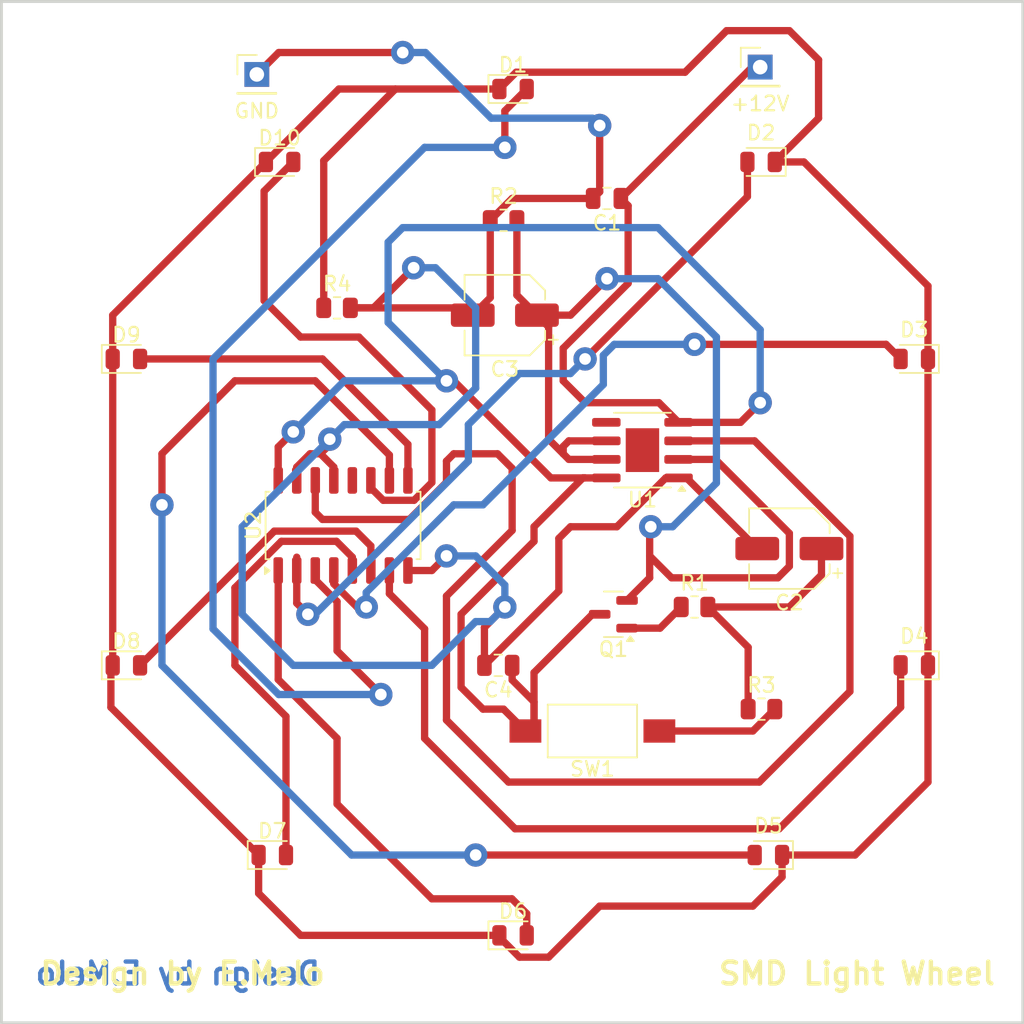
<source format=kicad_pcb>
(kicad_pcb (version 20240108) (generator "pcbnew") (generator_version "8.0")
  (layers (0 "F.Cu" signal) (31 "B.Cu" signal) (34 "B.Paste" user) (35 "F.Paste" user) (36 "B.SilkS" user "B.Silkscreen") (37 "F.SilkS" user "F.Silkscreen") (38 "B.Mask" user) (39 "F.Mask" user) (44 "Edge.Cuts" user))
  (net 0 "")
  (net 1 "+12V")
  (net 2 "GND")
  (net 3 "Net-(C2-Pad1)")
  (net 4 "Net-(Q1-E)")
  (net 5 "Net-(D1-K)")
  (net 6 "Net-(D1-A)")
  (net 7 "Net-(D2-A)")
  (net 8 "Net-(D3-A)")
  (net 9 "Net-(D4-A)")
  (net 10 "Net-(D5-A)")
  (net 11 "Net-(D6-A)")
  (net 12 "Net-(D7-A)")
  (net 13 "Net-(D8-A)")
  (net 14 "Net-(D9-A)")
  (net 15 "Net-(D10-A)")
  (net 16 "Net-(Q1-B)")
  (net 17 "Net-(R3-Pad2)")
  (net 19 "Net-(U1-Q)")
  (footprint "Package_SO:SOP-16_4.4x10.4mm_P1.27mm" (layer "F.Cu") (at 139.4125 107.4125 90)
    (property "Reference" "U2" (at 0 -6.15 90) (layer "F.SilkS"))
    (property "Value" "4017" (hide yes))
    (fp_line (start 2.31 -5.31) (end 2.31 -5.03) (stroke (width 0.12)) (layer "F.SilkS"))
    (fp_line (start 0 -5.31) (end 2.31 -5.31) (stroke (width 0.12)) (layer "F.SilkS"))
    (fp_line (start 0 -5.31) (end -2.31 -5.31) (stroke (width 0.12)) (layer "F.SilkS"))
    (fp_line (start -2.31 -5.31) (end -2.31 -5.03) (stroke (width 0.12)) (layer "F.SilkS"))
    (fp_line (start 2.31 5.31) (end 2.31 5.03) (stroke (width 0.12)) (layer "F.SilkS"))
    (fp_line (start 0 5.31) (end 2.31 5.31) (stroke (width 0.12)) (layer "F.SilkS"))
    (fp_line (start 0 5.31) (end -2.31 5.31) (stroke (width 0.12)) (layer "F.SilkS"))
    (fp_line (start -2.31 5.31) (end -2.31 5.03) (stroke (width 0.12)) (layer "F.SilkS"))
    (fp_poly (pts (xy -3.1 -5.03) (xy -3.34 -5.36) (xy -2.86 -5.36) (xy -3.1 -5.03)) (stroke (width 0.12)) (fill solid) (layer "F.SilkS"))
    (pad "1" smd roundrect (at -3.0875 -4.445 90) (size 1.825 0.65) (layers "F.Cu" "F.Paste" "F.Mask") (net 11 "Net-(D6-A)"))
    (pad "2" smd roundrect (at -3.0875 -3.175 90) (size 1.825 0.65) (layers "F.Cu" "F.Paste" "F.Mask") (net 7 "Net-(D2-A)"))
    (pad "3" smd roundrect (at -3.0875 -1.905 90) (size 1.825 0.65) (layers "F.Cu" "F.Paste" "F.Mask") (net 6 "Net-(D1-A)"))
    (pad "4" smd roundrect (at -3.0875 -0.635 90) (size 1.825 0.65) (layers "F.Cu" "F.Paste" "F.Mask") (net 8 "Net-(D3-A)"))
    (pad "5" smd roundrect (at -3.0875 0.635 90) (size 1.825 0.65) (layers "F.Cu" "F.Paste" "F.Mask") (net 12 "Net-(D7-A)"))
    (pad "6" smd roundrect (at -3.0875 1.905 90) (size 1.825 0.65) (layers "F.Cu" "F.Paste" "F.Mask") (net 13 "Net-(D8-A)"))
    (pad "7" smd roundrect (at -3.0875 3.175 90) (size 1.825 0.65) (layers "F.Cu" "F.Paste" "F.Mask") (net 9 "Net-(D4-A)"))
    (pad "8" smd roundrect (at -3.0875 4.445 90) (size 1.825 0.65) (layers "F.Cu" "F.Paste" "F.Mask") (net 2 "GND"))
    (pad "9" smd roundrect (at 3.0875 4.445 90) (size 1.825 0.65) (layers "F.Cu" "F.Paste" "F.Mask") (net 14 "Net-(D9-A)"))
    (pad "10" smd roundrect (at 3.0875 3.175 90) (size 1.825 0.65) (layers "F.Cu" "F.Paste" "F.Mask") (net 10 "Net-(D5-A)"))
    (pad "11" smd roundrect (at 3.0875 1.905 90) (size 1.825 0.65) (layers "F.Cu" "F.Paste" "F.Mask") (net 15 "Net-(D10-A)"))
    (pad "12" smd roundrect (at 3.0875 0.635 90) (size 1.825 0.65) (layers "F.Cu" "F.Paste" "F.Mask"))
    (pad "13" smd roundrect (at 3.0875 -0.635 90) (size 1.825 0.65) (layers "F.Cu" "F.Paste" "F.Mask") (net 2 "GND"))
    (pad "14" smd roundrect (at 3.0875 -1.905 90) (size 1.825 0.65) (layers "F.Cu" "F.Paste" "F.Mask") (net 19 "Net-(U1-Q)"))
    (pad "15" smd roundrect (at 3.0875 -3.175 90) (size 1.825 0.65) (layers "F.Cu" "F.Paste" "F.Mask") (net 2 "GND"))
    (pad "16" smd roundrect (at 3.0875 -4.445 90) (size 1.825 0.65) (layers "F.Cu" "F.Paste" "F.Mask") (net 1 "+12V"))
  )
  (footprint "LED_SMD:LED_0805_2012Metric" (layer "F.Cu") (at 134.5625 130)
    (property "Reference" "D7" (at 0 -1.65 0) (layer "F.SilkS"))
    (property "Value" "LED7" (hide yes))
    (fp_line (start -1.685 -0.96) (end -1.685 0.96) (stroke (width 0.12)) (layer "F.SilkS"))
    (fp_line (start -1.685 0.96) (end 1 0.96) (stroke (width 0.12)) (layer "F.SilkS"))
    (fp_line (start 1 -0.96) (end -1.685 -0.96) (stroke (width 0.12)) (layer "F.SilkS"))
    (pad "1" smd roundrect (at -0.9375 0) (size 0.975 1.4) (layers "F.Cu" "F.Paste" "F.Mask") (net 5 "Net-(D1-K)"))
    (pad "2" smd roundrect (at 0.9375 0) (size 0.975 1.4) (layers "F.Cu" "F.Paste" "F.Mask") (net 12 "Net-(D7-A)"))
  )
  (footprint "LED_SMD:LED_0805_2012Metric" (layer "F.Cu") (at 151.0625 135.50431)
    (property "Reference" "D6" (at 0 -1.65 0) (layer "F.SilkS"))
    (property "Value" "LED6" (hide yes))
    (fp_line (start -1.685 -0.96) (end -1.685 0.96) (stroke (width 0.12)) (layer "F.SilkS"))
    (fp_line (start -1.685 0.96) (end 1 0.96) (stroke (width 0.12)) (layer "F.SilkS"))
    (fp_line (start 1 -0.96) (end -1.685 -0.96) (stroke (width 0.12)) (layer "F.SilkS"))
    (pad "1" smd roundrect (at -0.9375 0) (size 0.975 1.4) (layers "F.Cu" "F.Paste" "F.Mask") (net 5 "Net-(D1-K)"))
    (pad "2" smd roundrect (at 0.9375 0) (size 0.975 1.4) (layers "F.Cu" "F.Paste" "F.Mask") (net 11 "Net-(D6-A)"))
  )
  (footprint "Resistor_SMD:R_0805_2012Metric" (layer "F.Cu") (at 139 92.5)
    (property "Reference" "R4" (at 0 -1.65 0) (layer "F.SilkS"))
    (property "Value" "1K")
    (fp_line (start -0.227064 -0.735) (end 0.227064 -0.735) (stroke (width 0.12)) (layer "F.SilkS"))
    (fp_line (start -0.227064 0.735) (end 0.227064 0.735) (stroke (width 0.12)) (layer "F.SilkS"))
    (pad "1" smd roundrect (at -0.9125 0) (size 1.025 1.4) (layers "F.Cu" "F.Paste" "F.Mask") (roundrect_rratio 0.243902) (net 5 "Net-(D1-K)"))
    (pad "2" smd roundrect (at 0.9125 0) (size 1.025 1.4) (layers "F.Cu" "F.Paste" "F.Mask") (roundrect_rratio 0.243902) (net 2 "GND"))
  )
  (footprint "LED_SMD:LED_0805_2012Metric" (layer "F.Cu") (at 168.5625 130 180)
    (property "Reference" "D5" (at 0 2 0) (layer "F.SilkS"))
    (property "Value" "LED5" (hide yes))
    (fp_line (start 1 -0.96) (end -1.685 -0.96) (stroke (width 0.12)) (layer "F.SilkS"))
    (fp_line (start -1.685 0.96) (end 1 0.96) (stroke (width 0.12)) (layer "F.SilkS"))
    (fp_line (start -1.685 -0.96) (end -1.685 0.96) (stroke (width 0.12)) (layer "F.SilkS"))
    (pad "1" smd roundrect (at -0.9375 0 180) (size 0.975 1.4) (layers "F.Cu" "F.Paste" "F.Mask") (net 5 "Net-(D1-K)"))
    (pad "2" smd roundrect (at 0.9375 0 180) (size 0.975 1.4) (layers "F.Cu" "F.Paste" "F.Mask") (net 10 "Net-(D5-A)"))
  )
  (footprint "Package_TO_SOT_SMD:SOT-23" (layer "F.Cu") (at 157.9375 113.5 180)
    (property "Reference" "Q1" (at 0 -2.4 360) (layer "F.SilkS"))
    (property "Value" "BC817" (hide yes))
    (fp_line (start 0 1.56) (end 0.65 1.56) (stroke (width 0.12)) (layer "F.SilkS"))
    (fp_line (start 0 1.56) (end -0.65 1.56) (stroke (width 0.12)) (layer "F.SilkS"))
    (fp_line (start 0 -1.56) (end 0.65 -1.56) (stroke (width 0.12)) (layer "F.SilkS"))
    (fp_line (start 0 -1.56) (end -0.65 -1.56) (stroke (width 0.12)) (layer "F.SilkS"))
    (fp_poly (pts (xy -1.1625 -1.51) (xy -1.4025 -1.84) (xy -0.9225 -1.84) (xy -1.1625 -1.51)) (stroke (width 0.12)) (fill solid) (layer "F.SilkS"))
    (pad "1" smd roundrect (at -0.9375 -0.95 180) (size 1.475 0.6) (layers "F.Cu" "F.Paste" "F.Mask") (net 16 "Net-(Q1-B)"))
    (pad "2" smd roundrect (at -0.9375 0.95 180) (size 1.475 0.6) (layers "F.Cu" "F.Paste" "F.Mask") (net 4 "Net-(Q1-E)"))
    (pad "3" smd roundrect (at 0.9375 0 180) (size 1.475 0.6) (layers "F.Cu" "F.Paste" "F.Mask") (net 1 "+12V"))
  )
  (footprint "LED_SMD:LED_0805_2012Metric" (layer "F.Cu") (at 124.5625 96)
    (property "Reference" "D9" (at 0 -1.65 0) (layer "F.SilkS"))
    (property "Value" "LED9" (hide yes))
    (fp_line (start -1.685 -0.96) (end -1.685 0.96) (stroke (width 0.12)) (layer "F.SilkS"))
    (fp_line (start -1.685 0.96) (end 1 0.96) (stroke (width 0.12)) (layer "F.SilkS"))
    (fp_line (start 1 -0.96) (end -1.685 -0.96) (stroke (width 0.12)) (layer "F.SilkS"))
    (pad "1" smd roundrect (at -0.9375 0) (size 0.975 1.4) (layers "F.Cu" "F.Paste" "F.Mask") (net 5 "Net-(D1-K)"))
    (pad "2" smd roundrect (at 0.9375 0) (size 0.975 1.4) (layers "F.Cu" "F.Paste" "F.Mask") (net 14 "Net-(D9-A)"))
  )
  (footprint "Button_Switch_SMD:SW_SPST_FSMSM" (layer "F.Cu") (at 156.5 121.5 180)
    (property "Reference" "SW1" (at 0 -2.6 360) (layer "F.SilkS"))
    (property "Value" "SW_Push" (hide yes))
    (fp_line (start 3.06 1.81) (end -3.06 1.81) (stroke (width 0.12)) (layer "F.SilkS"))
    (fp_line (start 3.06 -1.81) (end 3.06 1.81) (stroke (width 0.12)) (layer "F.SilkS"))
    (fp_line (start -3.06 1.81) (end -3.06 -1.81) (stroke (width 0.12)) (layer "F.SilkS"))
    (fp_line (start -3.06 -1.81) (end 3.06 -1.81) (stroke (width 0.12)) (layer "F.SilkS"))
    (pad "1" smd rect (at -4.59 0 180) (size 2.18 1.6) (layers "F.Cu" "F.Paste" "F.Mask") (net 17 "Net-(R3-Pad2)"))
    (pad "2" smd rect (at 4.59 0 180) (size 2.18 1.6) (layers "F.Cu" "F.Paste" "F.Mask") (net 1 "+12V"))
  )
  (footprint "Connector_PinHeader_2.54mm:PinHeader_1x01_P2.54mm_Vertical" (layer "F.Cu") (at 133.5 76.5)
    (property "Reference" "GND" (at 0 2.5 0) (layer "F.SilkS"))
    (property "Value" "Conn_01x01_Pin" (hide yes))
    (fp_line (start -1.33 -1.33) (end 0 -1.33) (stroke (width 0.12)) (layer "F.SilkS"))
    (fp_line (start -1.33 0) (end -1.33 -1.33) (stroke (width 0.12)) (layer "F.SilkS"))
    (fp_line (start -1.33 1.27) (end -1.33 1.33) (stroke (width 0.12)) (layer "F.SilkS"))
    (fp_line (start -1.33 1.27) (end 1.33 1.27) (stroke (width 0.12)) (layer "F.SilkS"))
    (fp_line (start -1.33 1.33) (end 1.33 1.33) (stroke (width 0.12)) (layer "F.SilkS"))
    (fp_line (start 1.33 1.27) (end 1.33 1.33) (stroke (width 0.12)) (layer "F.SilkS"))
    (pad "1" thru_hole rect (at 0 0) (size 1.7 1.7) (drill 1) (layers "*.Cu" "*.Mask") (net 2 "GND"))
  )
  (footprint "LED_SMD:LED_0805_2012Metric" (layer "F.Cu") (at 178.5625 96 180)
    (property "Reference" "D3" (at 0 2 0) (layer "F.SilkS"))
    (property "Value" "LED3" (hide yes))
    (fp_line (start 1 -0.96) (end -1.685 -0.96) (stroke (width 0.12)) (layer "F.SilkS"))
    (fp_line (start -1.685 0.96) (end 1 0.96) (stroke (width 0.12)) (layer "F.SilkS"))
    (fp_line (start -1.685 -0.96) (end -1.685 0.96) (stroke (width 0.12)) (layer "F.SilkS"))
    (pad "1" smd roundrect (at -0.9375 0 180) (size 0.975 1.4) (layers "F.Cu" "F.Paste" "F.Mask") (net 5 "Net-(D1-K)"))
    (pad "2" smd roundrect (at 0.9375 0 180) (size 0.975 1.4) (layers "F.Cu" "F.Paste" "F.Mask") (net 8 "Net-(D3-A)"))
  )
  (footprint "LED_SMD:LED_0805_2012Metric" (layer "F.Cu") (at 135.0625 82.5)
    (property "Reference" "D10" (at 0 -1.65 0) (layer "F.SilkS"))
    (property "Value" "LED10" (hide yes))
    (fp_line (start -1.685 -0.96) (end -1.685 0.96) (stroke (width 0.12)) (layer "F.SilkS"))
    (fp_line (start -1.685 0.96) (end 1 0.96) (stroke (width 0.12)) (layer "F.SilkS"))
    (fp_line (start 1 -0.96) (end -1.685 -0.96) (stroke (width 0.12)) (layer "F.SilkS"))
    (pad "1" smd roundrect (at -0.9375 0) (size 0.975 1.4) (layers "F.Cu" "F.Paste" "F.Mask") (net 5 "Net-(D1-K)"))
    (pad "2" smd roundrect (at 0.9375 0) (size 0.975 1.4) (layers "F.Cu" "F.Paste" "F.Mask") (net 15 "Net-(D10-A)"))
  )
  (footprint "LED_SMD:LED_0805_2012Metric" (layer "F.Cu") (at 151.0625 77.5)
    (property "Reference" "D1" (at 0 -1.65 0) (layer "F.SilkS"))
    (property "Value" "LED1" (hide yes))
    (fp_line (start -1.685 -0.96) (end -1.685 0.96) (stroke (width 0.12)) (layer "F.SilkS"))
    (fp_line (start -1.685 0.96) (end 1 0.96) (stroke (width 0.12)) (layer "F.SilkS"))
    (fp_line (start 1 -0.96) (end -1.685 -0.96) (stroke (width 0.12)) (layer "F.SilkS"))
    (pad "1" smd roundrect (at -0.9375 0) (size 0.975 1.4) (layers "F.Cu" "F.Paste" "F.Mask") (net 5 "Net-(D1-K)"))
    (pad "2" smd roundrect (at 0.9375 0) (size 0.975 1.4) (layers "F.Cu" "F.Paste" "F.Mask") (net 6 "Net-(D1-A)"))
  )
  (footprint "LED_SMD:LED_0805_2012Metric" (layer "F.Cu") (at 124.5625 117)
    (property "Reference" "D8" (at 0 -1.65 0) (layer "F.SilkS"))
    (property "Value" "LED8" (hide yes))
    (fp_line (start -1.685 -0.96) (end -1.685 0.96) (stroke (width 0.12)) (layer "F.SilkS"))
    (fp_line (start -1.685 0.96) (end 1 0.96) (stroke (width 0.12)) (layer "F.SilkS"))
    (fp_line (start 1 -0.96) (end -1.685 -0.96) (stroke (width 0.12)) (layer "F.SilkS"))
    (pad "1" smd roundrect (at -0.9375 0) (size 0.975 1.4) (layers "F.Cu" "F.Paste" "F.Mask") (net 5 "Net-(D1-K)"))
    (pad "2" smd roundrect (at 0.9375 0) (size 0.975 1.4) (layers "F.Cu" "F.Paste" "F.Mask") (net 13 "Net-(D8-A)"))
  )
  (footprint "Capacitor_SMD:CP_Elec_5x5.9" (layer "F.Cu") (at 150.5 93 180)
    (property "Reference" "C3" (at 0 -3.7 360) (layer "F.SilkS"))
    (property "Value" "47uF/50V")
    (fp_line (start 2.76 2.76) (end 2.76 1.06) (stroke (width 0.12)) (layer "F.SilkS"))
    (fp_line (start 2.76 -2.76) (end 2.76 -1.06) (stroke (width 0.12)) (layer "F.SilkS"))
    (fp_line (start -1.695563 2.76) (end 2.76 2.76) (stroke (width 0.12)) (layer "F.SilkS"))
    (fp_line (start -1.695563 -2.76) (end 2.76 -2.76) (stroke (width 0.12)) (layer "F.SilkS"))
    (fp_line (start -2.76 1.695563) (end -1.695563 2.76) (stroke (width 0.12)) (layer "F.SilkS"))
    (fp_line (start -2.76 1.695563) (end -2.76 1.06) (stroke (width 0.12)) (layer "F.SilkS"))
    (fp_line (start -2.76 -1.695563) (end -1.695563 -2.76) (stroke (width 0.12)) (layer "F.SilkS"))
    (fp_line (start -2.76 -1.695563) (end -2.76 -1.06) (stroke (width 0.12)) (layer "F.SilkS"))
    (fp_line (start -3.3125 -1.9975) (end -3.3125 -1.3725) (stroke (width 0.12)) (layer "F.SilkS"))
    (fp_line (start -3.625 -1.685) (end -3 -1.685) (stroke (width 0.12)) (layer "F.SilkS"))
    (pad "1" smd roundrect (at -2.2 0 180) (size 3 1.6) (layers "F.Cu" "F.Paste" "F.Mask") (roundrect_rratio 0.15625) (net 4 "Net-(Q1-E)"))
    (pad "2" smd roundrect (at 2.2 0 180) (size 3 1.6) (layers "F.Cu" "F.Paste" "F.Mask") (roundrect_rratio 0.15625) (net 2 "GND"))
  )
  (footprint "LED_SMD:LED_0805_2012Metric" (layer "F.Cu") (at 168.0625 82.5 180)
    (property "Reference" "D2" (at 0 2 0) (layer "F.SilkS"))
    (property "Value" "LED2" (hide yes))
    (fp_line (start 1 -0.96) (end -1.685 -0.96) (stroke (width 0.12)) (layer "F.SilkS"))
    (fp_line (start -1.685 0.96) (end 1 0.96) (stroke (width 0.12)) (layer "F.SilkS"))
    (fp_line (start -1.685 -0.96) (end -1.685 0.96) (stroke (width 0.12)) (layer "F.SilkS"))
    (pad "1" smd roundrect (at -0.9375 0 180) (size 0.975 1.4) (layers "F.Cu" "F.Paste" "F.Mask") (net 5 "Net-(D1-K)"))
    (pad "2" smd roundrect (at 0.9375 0 180) (size 0.975 1.4) (layers "F.Cu" "F.Paste" "F.Mask") (net 7 "Net-(D2-A)"))
  )
  (footprint "Connector_PinHeader_2.54mm:PinHeader_1x01_P2.54mm_Vertical" (layer "F.Cu") (at 168 76)
    (property "Reference" "+12V" (at 0 2.5 0) (layer "F.SilkS"))
    (property "Value" "Conn_01x01_Pin" (hide yes))
    (fp_line (start -1.33 -1.33) (end 0 -1.33) (stroke (width 0.12)) (layer "F.SilkS"))
    (fp_line (start -1.33 0) (end -1.33 -1.33) (stroke (width 0.12)) (layer "F.SilkS"))
    (fp_line (start -1.33 1.27) (end -1.33 1.33) (stroke (width 0.12)) (layer "F.SilkS"))
    (fp_line (start -1.33 1.27) (end 1.33 1.27) (stroke (width 0.12)) (layer "F.SilkS"))
    (fp_line (start -1.33 1.33) (end 1.33 1.33) (stroke (width 0.12)) (layer "F.SilkS"))
    (fp_line (start 1.33 1.27) (end 1.33 1.33) (stroke (width 0.12)) (layer "F.SilkS"))
    (pad "1" thru_hole rect (at 0 0) (size 1.7 1.7) (drill 1) (layers "*.Cu" "*.Mask") (net 1 "+12V"))
  )
  (footprint "Capacitor_SMD:C_0805_2012Metric" (layer "F.Cu") (at 150.05 117 180)
    (property "Reference" "C4" (at 0 -1.68 360) (layer "F.SilkS"))
    (property "Value" "100nF")
    (fp_line (start -0.261252 0.735) (end 0.261252 0.735) (stroke (width 0.12)) (layer "F.SilkS"))
    (fp_line (start -0.261252 -0.735) (end 0.261252 -0.735) (stroke (width 0.12)) (layer "F.SilkS"))
    (pad "1" smd roundrect (at -0.95 0 180) (size 1 1.45) (layers "F.Cu" "F.Paste" "F.Mask") (net 1 "+12V"))
    (pad "2" smd roundrect (at 0.95 0 180) (size 1 1.45) (layers "F.Cu" "F.Paste" "F.Mask") (net 2 "GND"))
  )
  (footprint "Resistor_SMD:R_0805_2012Metric" (layer "F.Cu") (at 163.5 113)
    (property "Reference" "R1" (at 0 -1.65 360) (layer "F.SilkS"))
    (property "Value" "47K")
    (fp_line (start -0.227064 -0.735) (end 0.227064 -0.735) (stroke (width 0.12)) (layer "F.SilkS"))
    (fp_line (start -0.227064 0.735) (end 0.227064 0.735) (stroke (width 0.12)) (layer "F.SilkS"))
    (pad "1" smd roundrect (at -0.9125 0) (size 1.025 1.4) (layers "F.Cu" "F.Paste" "F.Mask") (roundrect_rratio 0.243902) (net 16 "Net-(Q1-B)"))
    (pad "2" smd roundrect (at 0.9125 0) (size 1.025 1.4) (layers "F.Cu" "F.Paste" "F.Mask") (roundrect_rratio 0.243902) (net 3 "Net-(C2-Pad1)"))
  )
  (footprint "Capacitor_SMD:CP_Elec_5x5.9" (layer "F.Cu") (at 170 109 180)
    (property "Reference" "C2" (at 0 -3.7 360) (layer "F.SilkS"))
    (property "Value" "47uF/50V")
    (fp_line (start 2.76 2.76) (end 2.76 1.06) (stroke (width 0.12)) (layer "F.SilkS"))
    (fp_line (start 2.76 -2.76) (end 2.76 -1.06) (stroke (width 0.12)) (layer "F.SilkS"))
    (fp_line (start -1.695563 2.76) (end 2.76 2.76) (stroke (width 0.12)) (layer "F.SilkS"))
    (fp_line (start -1.695563 -2.76) (end 2.76 -2.76) (stroke (width 0.12)) (layer "F.SilkS"))
    (fp_line (start -2.76 1.695563) (end -1.695563 2.76) (stroke (width 0.12)) (layer "F.SilkS"))
    (fp_line (start -2.76 1.695563) (end -2.76 1.06) (stroke (width 0.12)) (layer "F.SilkS"))
    (fp_line (start -2.76 -1.695563) (end -1.695563 -2.76) (stroke (width 0.12)) (layer "F.SilkS"))
    (fp_line (start -2.76 -1.695563) (end -2.76 -1.06) (stroke (width 0.12)) (layer "F.SilkS"))
    (fp_line (start -3.3125 -1.9975) (end -3.3125 -1.3725) (stroke (width 0.12)) (layer "F.SilkS"))
    (fp_line (start -3.625 -1.685) (end -3 -1.685) (stroke (width 0.12)) (layer "F.SilkS"))
    (pad "1" smd roundrect (at -2.2 0 180) (size 3 1.6) (layers "F.Cu" "F.Paste" "F.Mask") (roundrect_rratio 0.15625) (net 3 "Net-(C2-Pad1)"))
    (pad "2" smd roundrect (at 2.2 0 180) (size 3 1.6) (layers "F.Cu" "F.Paste" "F.Mask") (roundrect_rratio 0.15625) (net 2 "GND"))
  )
  (footprint "Capacitor_SMD:C_0805_2012Metric" (layer "F.Cu") (at 157.5 85 180)
    (property "Reference" "C1" (at 0 -1.68 360) (layer "F.SilkS"))
    (property "Value" "100nF")
    (fp_line (start -0.261252 0.735) (end 0.261252 0.735) (stroke (width 0.12)) (layer "F.SilkS"))
    (fp_line (start -0.261252 -0.735) (end 0.261252 -0.735) (stroke (width 0.12)) (layer "F.SilkS"))
    (pad "1" smd roundrect (at -0.95 0 180) (size 1 1.45) (layers "F.Cu" "F.Paste" "F.Mask") (net 1 "+12V"))
    (pad "2" smd roundrect (at 0.95 0 180) (size 1 1.45) (layers "F.Cu" "F.Paste" "F.Mask") (net 2 "GND"))
  )
  (footprint "Resistor_SMD:R_0805_2012Metric" (layer "F.Cu") (at 168.0875 120)
    (property "Reference" "R3" (at 0 -1.65 0) (layer "F.SilkS"))
    (property "Value" "100R")
    (fp_line (start -0.227064 -0.735) (end 0.227064 -0.735) (stroke (width 0.12)) (layer "F.SilkS"))
    (fp_line (start -0.227064 0.735) (end 0.227064 0.735) (stroke (width 0.12)) (layer "F.SilkS"))
    (pad "1" smd roundrect (at -0.9125 0) (size 1.025 1.4) (layers "F.Cu" "F.Paste" "F.Mask") (roundrect_rratio 0.243902) (net 3 "Net-(C2-Pad1)"))
    (pad "2" smd roundrect (at 0.9125 0) (size 1.025 1.4) (layers "F.Cu" "F.Paste" "F.Mask") (roundrect_rratio 0.243902) (net 17 "Net-(R3-Pad2)"))
  )
  (footprint "LED_SMD:LED_0805_2012Metric" (layer "F.Cu") (at 178.5625 117 180)
    (property "Reference" "D4" (at 0 2 0) (layer "F.SilkS"))
    (property "Value" "LED4" (hide yes))
    (fp_line (start 1 -0.96) (end -1.685 -0.96) (stroke (width 0.12)) (layer "F.SilkS"))
    (fp_line (start -1.685 0.96) (end 1 0.96) (stroke (width 0.12)) (layer "F.SilkS"))
    (fp_line (start -1.685 -0.96) (end -1.685 0.96) (stroke (width 0.12)) (layer "F.SilkS"))
    (pad "1" smd roundrect (at -0.9375 0 180) (size 0.975 1.4) (layers "F.Cu" "F.Paste" "F.Mask") (net 5 "Net-(D1-K)"))
    (pad "2" smd roundrect (at 0.9375 0 180) (size 0.975 1.4) (layers "F.Cu" "F.Paste" "F.Mask") (net 9 "Net-(D4-A)"))
  )
  (footprint "Package_SO:SOIC-8-1EP_3.9x4.9mm_P1.27mm_EP2.29x3mm" (layer "F.Cu") (at 159.93 102.25 180)
    (property "Reference" "U1" (at 0 -3.4 360) (layer "F.SilkS"))
    (property "Value" "LM555xN" (hide yes))
    (fp_line (start 0 2.56) (end 1.95 2.56) (stroke (width 0.12)) (layer "F.SilkS"))
    (fp_line (start 0 2.56) (end -1.95 2.56) (stroke (width 0.12)) (layer "F.SilkS"))
    (fp_line (start 0 -2.56) (end 1.95 -2.56) (stroke (width 0.12)) (layer "F.SilkS"))
    (fp_line (start 0 -2.56) (end -1.95 -2.56) (stroke (width 0.12)) (layer "F.SilkS"))
    (fp_poly (pts (xy -2.7 -2.465) (xy -2.94 -2.795) (xy -2.46 -2.795) (xy -2.7 -2.465)) (stroke (width 0.12)) (fill solid) (layer "F.SilkS"))
    (pad "1" smd roundrect (at -2.475 -1.905 180) (size 1.95 0.6) (layers "F.Cu" "F.Paste" "F.Mask") (net 2 "GND"))
    (pad "2" smd roundrect (at -2.475 -0.635 180) (size 1.95 0.6) (layers "F.Cu" "F.Paste" "F.Mask") (net 4 "Net-(Q1-E)"))
    (pad "3" smd roundrect (at -2.475 0.635 180) (size 1.95 0.6) (layers "F.Cu" "F.Paste" "F.Mask") (net 19 "Net-(U1-Q)"))
    (pad "4" smd roundrect (at -2.475 1.905 180) (size 1.95 0.6) (layers "F.Cu" "F.Paste" "F.Mask") (net 1 "+12V"))
    (pad "5" smd roundrect (at 2.475 1.905 180) (size 1.95 0.6) (layers "F.Cu" "F.Paste" "F.Mask"))
    (pad "6" smd roundrect (at 2.475 0.635 180) (size 1.95 0.6) (layers "F.Cu" "F.Paste" "F.Mask") (net 4 "Net-(Q1-E)"))
    (pad "7" smd roundrect (at 2.475 -0.635 180) (size 1.95 0.6) (layers "F.Cu" "F.Paste" "F.Mask") (net 4 "Net-(Q1-E)"))
    (pad "8" smd roundrect (at 2.475 -1.905 180) (size 1.95 0.6) (layers "F.Cu" "F.Paste" "F.Mask") (net 1 "+12V"))
    (pad "9" smd rect (at 0 0 180) (size 2.29 3) (property pad_prop_heatsink) (layers "F.Cu" "F.Mask"))
  )
  (footprint "Resistor_SMD:R_0805_2012Metric" (layer "F.Cu") (at 150.4125 86.5)
    (property "Reference" "R2" (at 0 -1.65 0) (layer "F.SilkS"))
    (property "Value" "100K")
    (fp_line (start -0.227064 -0.735) (end 0.227064 -0.735) (stroke (width 0.12)) (layer "F.SilkS"))
    (fp_line (start -0.227064 0.735) (end 0.227064 0.735) (stroke (width 0.12)) (layer "F.SilkS"))
    (pad "1" smd roundrect (at -0.9125 0) (size 1.025 1.4) (layers "F.Cu" "F.Paste" "F.Mask") (roundrect_rratio 0.243902) (net 2 "GND"))
    (pad "2" smd roundrect (at 0.9125 0) (size 1.025 1.4) (layers "F.Cu" "F.Paste" "F.Mask") (roundrect_rratio 0.243902) (net 4 "Net-(Q1-E)"))
  )
  (gr_rect (start 116 71.5) (end 186 141.5) (stroke (width 0.2)) (fill none) (layer "Edge.Cuts"))
  (gr_text "Design by E.Melo" (at 138 139 0) (layer "B.Cu") (effects (font (size 1.5 1.5) (thickness 0.3) (bold yes)) (justify left bottom mirror)))
  (gr_text "Design by E.Melo" (at 118.5 139 0) (layer "F.SilkS") (effects (font (size 1.5 1.5) (thickness 0.3) (bold yes)) (justify left bottom)))
  (gr_text "SMD Light Wheel" (at 165 139 0) (layer "F.SilkS") (effects (font (size 1.5 1.5) (thickness 0.3) (bold yes)) (justify left bottom)))
  (segment (start 134.9675 102.0325) (end 136 101) (width 0.5) (layer "F.Cu") (net 1))
  (segment (start 155.845 104.155) (end 156 104.155) (width 0.5) (layer "F.Cu") (net 1))
  (segment (start 161.06 99) (end 162.405 100.345) (width 0.5) (layer "F.Cu") (net 1))
  (segment (start 152.5 120.91) (end 152.5 117.5) (width 0.5) (layer "F.Cu") (net 1))
  (segment (start 156 99) (end 161.06 99) (width 0.5) (layer "F.Cu") (net 1))
  (segment (start 150.15 100.65) (end 147 97.5) (width 0.5) (layer "F.Cu") (net 1))
  (segment (start 147.5 118.5) (end 147.5 113.5) (width 0.5) (layer "F.Cu") (net 1))
  (segment (start 158.45 85) (end 167.45 76) (width 0.5) (layer "F.Cu") (net 1))
  (segment (start 152.5 107.5) (end 155.845 104.155) (width 0.5) (layer "F.Cu") (net 1))
  (segment (start 154.5 95.267766) (end 154.5 97.5) (width 0.5) (layer "F.Cu") (net 1))
  (segment (start 151 118) (end 152.5 119.5) (width 0.5) (layer "F.Cu") (net 1))
  (segment (start 156.955 113.455) (end 157 113.5) (width 0.2) (layer "F.Cu") (net 1))
  (segment (start 147.5 113.5) (end 152.5 108.5) (width 0.5) (layer "F.Cu") (net 1))
  (segment (start 168 99) (end 166.655 100.345) (width 0.5) (layer "F.Cu") (net 1))
  (segment (start 158.949938 85.499938) (end 158.949938 90.817828) (width 0.5) (layer "F.Cu") (net 1))
  (segment (start 156.955 104.155) (end 156 104.155) (width 0.5) (layer "F.Cu") (net 1))
  (segment (start 156.5 113.5) (end 157 113.5) (width 0.5) (layer "F.Cu") (net 1))
  (segment (start 166.655 100.345) (end 162.405 100.345) (width 0.5) (layer "F.Cu") (net 1))
  (segment (start 151.91 121.5) (end 152.5 120.91) (width 0.5) (layer "F.Cu") (net 1))
  (segment (start 154.5 97.5) (end 156 99) (width 0.5) (layer "F.Cu") (net 1))
  (segment (start 134.9675 104.325) (end 134.9675 102.0325) (width 0.5) (layer "F.Cu") (net 1))
  (segment (start 152.5 117.5) (end 156.5 113.5) (width 0.5) (layer "F.Cu") (net 1))
  (segment (start 150.41 120) (end 149 120) (width 0.5) (layer "F.Cu") (net 1))
  (segment (start 167.45 76) (end 168 76) (width 0.5) (layer "F.Cu") (net 1))
  (segment (start 158.45 85) (end 158.949938 85.499938) (width 0.5) (layer "F.Cu") (net 1))
  (segment (start 156 104.155) (end 153.655 104.155) (width 0.5) (layer "F.Cu") (net 1))
  (segment (start 152.5 108.5) (end 152.5 107.5) (width 0.5) (layer "F.Cu") (net 1))
  (segment (start 151 117) (end 151 118) (width 0.5) (layer "F.Cu") (net 1))
  (segment (start 152.5 119.5) (end 152.5 120.91) (width 0.5) (layer "F.Cu") (net 1))
  (segment (start 153.655 104.155) (end 150.15 100.65) (width 0.5) (layer "F.Cu") (net 1))
  (segment (start 151.91 121.5) (end 150.41 120) (width 0.5) (layer "F.Cu") (net 1))
  (segment (start 147 97.5) (end 146.5 97.5) (width 0.5) (layer "F.Cu") (net 1))
  (segment (start 149 120) (end 147.5 118.5) (width 0.5) (layer "F.Cu") (net 1))
  (segment (start 158.949938 90.817828) (end 154.5 95.267766) (width 0.5) (layer "F.Cu") (net 1))
  (via (at 168 99) (size 1.6) (drill 0.8) (layers "F.Cu" "B.Cu") (net 1))
  (via (at 136 101) (size 1.6) (drill 0.8) (layers "F.Cu" "B.Cu") (net 1))
  (via (at 146.5 97.5) (size 1.6) (drill 0.8) (layers "F.Cu" "B.Cu") (net 1))
  (segment (start 136 101) (end 136.25 100.75) (width 0.5) (layer "B.Cu") (net 1))
  (segment (start 146.5 97.5) (end 139.5 97.5) (width 0.5) (layer "B.Cu") (net 1))
  (segment (start 143.5 87) (end 142.5 88) (width 0.5) (layer "B.Cu") (net 1))
  (segment (start 168 94) (end 161 87) (width 0.5) (layer "B.Cu") (net 1))
  (segment (start 139.5 97.5) (end 136 101) (width 0.5) (layer "B.Cu") (net 1))
  (segment (start 168 99) (end 168 94) (width 0.5) (layer "B.Cu") (net 1))
  (segment (start 142.5 88) (end 142.5 93.5) (width 0.5) (layer "B.Cu") (net 1))
  (segment (start 161 87) (end 143.5 87) (width 0.5) (layer "B.Cu") (net 1))
  (segment (start 142.5 93.5) (end 146.5 97.5) (width 0.5) (layer "B.Cu") (net 1))
  (segment (start 143.8575 110.5) (end 145.5 110.5) (width 0.5) (layer "F.Cu") (net 2))
  (segment (start 148.3 93) (end 149.5 91.8) (width 0.5) (layer "F.Cu") (net 2))
  (segment (start 156.55 85) (end 151 85) (width 0.5) (layer "F.Cu") (net 2))
  (segment (start 135 75) (end 143.5 75) (width 0.5) (layer "F.Cu") (net 2))
  (segment (start 154.2 108.3) (end 154.2 111.9) (width 0.5) (layer "F.Cu") (net 2))
  (segment (start 144.25 89.75) (end 141.5 92.5) (width 0.5) (layer "F.Cu") (net 2))
  (segment (start 145.5 110.5) (end 146.5 109.5) (width 0.5) (layer "F.Cu") (net 2))
  (segment (start 140.5 92.5) (end 147.8 92.5) (width 0.5) (layer "F.Cu") (net 2))
  (segment (start 157 84.55) (end 157 80) (width 0.5) (layer "F.Cu") (net 2))
  (segment (start 158.18 107.5) (end 155 107.5) (width 0.5) (layer "F.Cu") (net 2))
  (segment (start 136.2375 103.412501) (end 137.150001 102.5) (width 0.5) (layer "F.Cu") (net 2))
  (segment (start 137.150001 102.5) (end 137.864999 102.5) (width 0.5) (layer "F.Cu") (net 2))
  (segment (start 137.864999 102.5) (end 138.7775 103.412501) (width 0.5) (layer "F.Cu") (net 2))
  (segment (start 138.5 101.5) (end 138.5 101.864999) (width 0.5) (layer "F.Cu") (net 2))
  (segment (start 139.9125 92.5) (end 140.5 92.5) (width 0.5) (layer "F.Cu") (net 2))
  (segment (start 149.5 91.8) (end 149.5 86.5) (width 0.5) (layer "F.Cu") (net 2))
  (segment (start 149.1 117) (end 149.1 114.4) (width 0.5) (layer "F.Cu") (net 2))
  (segment (start 147.8 92.5) (end 148.3 93) (width 0.5) (layer "F.Cu") (net 2))
  (segment (start 162.955 104.155) (end 161.905 104.155) (width 0.5) (layer "F.Cu") (net 2))
  (segment (start 138.7775 103.412501) (end 138.7775 104.325) (width 0.5) (layer "F.Cu") (net 2))
  (segment (start 133.5 76.5) (end 135 75) (width 0.5) (layer "F.Cu") (net 2))
  (segment (start 154.2 111.9) (end 149.1 117) (width 0.5) (layer "F.Cu") (net 2))
  (segment (start 156.55 85) (end 157 84.55) (width 0.5) (layer "F.Cu") (net 2))
  (segment (start 151 85) (end 149.5 86.5) (width 0.5) (layer "F.Cu") (net 2))
  (segment (start 138.5 101.864999) (end 137.864999 102.5) (width 0.5) (layer "F.Cu") (net 2))
  (segment (start 167.8 109) (end 162.955 104.155) (width 0.5) (layer "F.Cu") (net 2))
  (segment (start 155 107.5) (end 154.2 108.3) (width 0.5) (layer "F.Cu") (net 2))
  (segment (start 136.2375 104.325) (end 136.2375 103.412501) (width 0.5) (layer "F.Cu") (net 2))
  (segment (start 162.405 104.155) (end 161.525 104.155) (width 0.5) (layer "F.Cu") (net 2))
  (segment (start 161.525 104.155) (end 158.18 107.5) (width 0.5) (layer "F.Cu") (net 2))
  (segment (start 141.5 92.5) (end 139.9125 92.5) (width 0.5) (layer "F.Cu") (net 2))
  (segment (start 149.1 114.4) (end 150.5 113) (width 0.5) (layer "F.Cu") (net 2))
  (via (at 157 80) (size 1.6) (drill 0.8) (layers "F.Cu" "B.Cu") (net 2))
  (via (at 146.5 109.5) (size 1.6) (drill 0.8) (layers "F.Cu" "B.Cu") (net 2))
  (via (at 144.25 89.75) (size 1.6) (drill 0.8) (layers "F.Cu" "B.Cu") (net 2))
  (via (at 143.5 75) (size 1.6) (drill 0.8) (layers "F.Cu" "B.Cu") (net 2))
  (via (at 138.5 101.5) (size 1.6) (drill 0.8) (layers "F.Cu" "B.Cu") (net 2))
  (via (at 150.5 113) (size 1.6) (drill 0.8) (layers "F.Cu" "B.Cu") (net 2))
  (segment (start 145.75 89.75) (end 148.5 92.5) (width 0.5) (layer "B.Cu") (net 2))
  (segment (start 148.5 92.5) (end 148.5 98) (width 0.5) (layer "B.Cu") (net 2))
  (segment (start 145.5 117) (end 136 117) (width 0.5) (layer "B.Cu") (net 2))
  (segment (start 139.5 100.5) (end 138.5 101.5) (width 0.5) (layer "B.Cu") (net 2))
  (segment (start 149.560661 79.5) (end 145.060661 75) (width 0.5) (layer "B.Cu") (net 2))
  (segment (start 146 100.5) (end 139.5 100.5) (width 0.5) (layer "B.Cu") (net 2))
  (segment (start 132.5 113.5) (end 132.5 107.5) (width 0.5) (layer "B.Cu") (net 2))
  (segment (start 150.5 111.5) (end 150.5 113) (width 0.5) (layer "B.Cu") (net 2))
  (segment (start 148.5 98) (end 146 100.5) (width 0.5) (layer "B.Cu") (net 2))
  (segment (start 157 80) (end 156.5 79.5) (width 0.5) (layer "B.Cu") (net 2))
  (segment (start 136 117) (end 132.5 113.5) (width 0.5) (layer "B.Cu") (net 2))
  (segment (start 145.060661 75) (end 143.5 75) (width 0.5) (layer "B.Cu") (net 2))
  (segment (start 150.5 113) (end 149.5 114) (width 0.5) (layer "B.Cu") (net 2))
  (segment (start 149.5 114) (end 148.5 114) (width 0.5) (layer "B.Cu") (net 2))
  (segment (start 148.5 109.5) (end 150.5 111.5) (width 0.5) (layer "B.Cu") (net 2))
  (segment (start 144.25 89.75) (end 145.75 89.75) (width 0.5) (layer "B.Cu") (net 2))
  (segment (start 156.5 79.5) (end 149.560661 79.5) (width 0.5) (layer "B.Cu") (net 2))
  (segment (start 148.5 114) (end 145.5 117) (width 0.5) (layer "B.Cu") (net 2))
  (segment (start 132.5 107.5) (end 138.5 101.5) (width 0.5) (layer "B.Cu") (net 2))
  (segment (start 146.5 109.5) (end 148.5 109.5) (width 0.5) (layer "B.Cu") (net 2))
  (segment (start 170 113) (end 172.2 110.8) (width 0.5) (layer "F.Cu") (net 3))
  (segment (start 164.4125 113) (end 170 113) (width 0.5) (layer "F.Cu") (net 3))
  (segment (start 167.175 120) (end 167.175 115.7625) (width 0.5) (layer "F.Cu") (net 3))
  (segment (start 167.175 115.7625) (end 164.4125 113) (width 0.5) (layer "F.Cu") (net 3))
  (segment (start 172.2 110.8) (end 172.2 109) (width 0.5) (layer "F.Cu") (net 3))
  (segment (start 153.5 93.8) (end 153.5 101.5) (width 0.5) (layer "F.Cu") (net 4))
  (segment (start 160.425 109.5) (end 161.925 111) (width 0.5) (layer "F.Cu") (net 4))
  (segment (start 160.425 111) (end 160.425 107.575) (width 0.5) (layer "F.Cu") (net 4))
  (segment (start 153.5 101.5) (end 154.5 102.5) (width 0.5) (layer "F.Cu") (net 4))
  (segment (start 152.7 93) (end 151.325 91.625) (width 0.5) (layer "F.Cu") (net 4))
  (segment (start 170 107.951561) (end 164.933439 102.885) (width 0.5) (layer "F.Cu") (net 4))
  (segment (start 158.875 112.55) (end 160.425 111) (width 0.5) (layer "F.Cu") (net 4))
  (segment (start 169.21005 111) (end 170 110.21005) (width 0.5) (layer "F.Cu") (net 4))
  (segment (start 151.325 91.625) (end 151.325 86.5) (width 0.5) (layer "F.Cu") (net 4))
  (segment (start 152.7 93) (end 155 93) (width 0.5) (layer "F.Cu") (net 4))
  (segment (start 152.7 93) (end 153.5 93.8) (width 0.5) (layer "F.Cu") (net 4))
  (segment (start 154.885 102.885) (end 154.5 102.5) (width 0.5) (layer "F.Cu") (net 4))
  (segment (start 157.455 102.885) (end 154.885 102.885) (width 0.5) (layer "F.Cu") (net 4))
  (segment (start 160.425 107.575) (end 160.5 107.5) (width 0.5) (layer "F.Cu") (net 4))
  (segment (start 154.5 102) (end 154.885 101.615) (width 0.5) (layer "F.Cu") (net 4))
  (segment (start 154.5 102.5) (end 154.5 102) (width 0.5) (layer "F.Cu") (net 4))
  (segment (start 164.933439 102.885) (end 161.905 102.885) (width 0.5) (layer "F.Cu") (net 4))
  (segment (start 155 93) (end 157.5 90.5) (width 0.5) (layer "F.Cu") (net 4))
  (segment (start 170 110.21005) (end 170 107.951561) (width 0.5) (layer "F.Cu") (net 4))
  (segment (start 161.925 111) (end 169.21005 111) (width 0.5) (layer "F.Cu") (net 4))
  (segment (start 154.885 101.615) (end 157.455 101.615) (width 0.5) (layer "F.Cu") (net 4))
  (via (at 157.5 90.5) (size 1.6) (drill 0.8) (layers "F.Cu" "B.Cu") (net 4))
  (via (at 160.5 107.5) (size 1.6) (drill 0.8) (layers "F.Cu" "B.Cu") (net 4))
  (segment (start 165 94.5) (end 161 90.5) (width 0.5) (layer "B.Cu") (net 4))
  (segment (start 160.5 107.5) (end 162 107.5) (width 0.5) (layer "B.Cu") (net 4))
  (segment (start 161 90.5) (end 157.5 90.5) (width 0.5) (layer "B.Cu") (net 4))
  (segment (start 162 107.5) (end 165 104.5) (width 0.5) (layer "B.Cu") (net 4))
  (segment (start 165 104.5) (end 165 94.5) (width 0.5) (layer "B.Cu") (net 4))
  (segment (start 165.7 73.5) (end 170 73.5) (width 0.5) (layer "F.Cu") (net 5))
  (segment (start 169.5 130) (end 169.5 131.5) (width 0.5) (layer "F.Cu") (net 5))
  (segment (start 179.5 91) (end 179.5 96) (width 0.5) (layer "F.Cu") (net 5))
  (segment (start 123.5 119.875) (end 123.5 117.125) (width 0.5) (layer "F.Cu") (net 5))
  (segment (start 171 82.5) (end 179.5 91) (width 0.5) (layer "F.Cu") (net 5))
  (segment (start 174.5 130) (end 169.5 130) (width 0.5) (layer "F.Cu") (net 5))
  (segment (start 172 79.5) (end 169 82.5) (width 0.5) (layer "F.Cu") (net 5))
  (segment (start 138.0875 82.4125) (end 143 77.5) (width 0.5) (layer "F.Cu") (net 5))
  (segment (start 138.0875 92.5) (end 138.0875 82.4125) (width 0.5) (layer "F.Cu") (net 5))
  (segment (start 179.5 117) (end 179.5 96) (width 0.5) (layer "F.Cu") (net 5))
  (segment (start 172 75.5) (end 172 79.5) (width 0.5) (layer "F.Cu") (net 5))
  (segment (start 167.5 133.5) (end 157 133.5) (width 0.5) (layer "F.Cu") (net 5))
  (segment (start 139.125 77.5) (end 143 77.5) (width 0.5) (layer "F.Cu") (net 5))
  (segment (start 123.625 93) (end 134.125 82.5) (width 0.5) (layer "F.Cu") (net 5))
  (segment (start 136.50431 135.50431) (end 133.625 132.625) (width 0.5) (layer "F.Cu") (net 5))
  (segment (start 123.5 117.125) (end 123.625 117) (width 0.5) (layer "F.Cu") (net 5))
  (segment (start 150.125 135.625) (end 150.125 135.50431) (width 0.5) (layer "F.Cu") (net 5))
  (segment (start 150.125 135.50431) (end 136.50431 135.50431) (width 0.5) (layer "F.Cu") (net 5))
  (segment (start 157 133.5) (end 153.5 137) (width 0.5) (layer "F.Cu") (net 5))
  (segment (start 123.625 96) (end 123.625 93) (width 0.5) (layer "F.Cu") (net 5))
  (segment (start 151.275 76.35) (end 162.85 76.35) (width 0.5) (layer "F.Cu") (net 5))
  (segment (start 162.85 76.35) (end 165.7 73.5) (width 0.5) (layer "F.Cu") (net 5))
  (segment (start 169 82.5) (end 171 82.5) (width 0.5) (layer "F.Cu") (net 5))
  (segment (start 123.625 117) (end 123.625 96) (width 0.5) (layer "F.Cu") (net 5))
  (segment (start 133.625 130) (end 123.5 119.875) (width 0.5) (layer "F.Cu") (net 5))
  (segment (start 151.5 137) (end 150.125 135.625) (width 0.5) (layer "F.Cu") (net 5))
  (segment (start 179.5 117) (end 179.5 125) (width 0.5) (layer "F.Cu") (net 5))
  (segment (start 134.125 82.5) (end 139.125 77.5) (width 0.5) (layer "F.Cu") (net 5))
  (segment (start 150.125 77.5) (end 151.275 76.35) (width 0.5) (layer "F.Cu") (net 5))
  (segment (start 169.5 131.5) (end 167.5 133.5) (width 0.5) (layer "F.Cu") (net 5))
  (segment (start 170 73.5) (end 172 75.5) (width 0.5) (layer "F.Cu") (net 5))
  (segment (start 179.5 125) (end 174.5 130) (width 0.5) (layer "F.Cu") (net 5))
  (segment (start 153.5 137) (end 151.5 137) (width 0.5) (layer "F.Cu") (net 5))
  (segment (start 143 77.5) (end 150.125 77.5) (width 0.5) (layer "F.Cu") (net 5))
  (segment (start 133.625 132.625) (end 133.625 130) (width 0.5) (layer "F.Cu") (net 5))
  (segment (start 142 119) (end 139 116) (width 0.5) (layer "F.Cu") (net 6))
  (segment (start 139 116) (end 139 112.624949) (width 0.5) (layer "F.Cu") (net 6))
  (segment (start 150.5 79) (end 152 77.5) (width 0.5) (layer "F.Cu") (net 6))
  (segment (start 137.5075 111.132449) (end 137.5075 110.5) (width 0.5) (layer "F.Cu") (net 6))
  (segment (start 139 112.624949) (end 137.5075 111.132449) (width 0.5) (layer "F.Cu") (net 6))
  (segment (start 150.5 81.5) (end 150.5 79) (width 0.5) (layer "F.Cu") (net 6))
  (via (at 142 119) (size 1.6) (drill 0.8) (layers "F.Cu" "B.Cu") (net 6))
  (via (at 150.5 81.5) (size 1.6) (drill 0.8) (layers "F.Cu" "B.Cu") (net 6))
  (segment (start 145 81.5) (end 150.5 81.5) (width 0.5) (layer "B.Cu") (net 6))
  (segment (start 130.5 114.5) (end 130.5 96) (width 0.5) (layer "B.Cu") (net 6))
  (segment (start 130.5 96) (end 145 81.5) (width 0.5) (layer "B.Cu") (net 6))
  (segment (start 135 119) (end 130.5 114.5) (width 0.5) (layer "B.Cu") (net 6))
  (segment (start 142 119) (end 135 119) (width 0.5) (layer "B.Cu") (net 6))
  (segment (start 136.2375 112.7375) (end 136.2375 110.5) (width 0.5) (layer "F.Cu") (net 7))
  (segment (start 167.125 84.875) (end 167.125 82.5) (width 0.5) (layer "F.Cu") (net 7))
  (segment (start 136.2375 109.587501) (end 136.2375 110.5) (width 0.5) (layer "F.Cu") (net 7))
  (segment (start 137 113.5) (end 136.2375 112.7375) (width 0.5) (layer "F.Cu") (net 7))
  (segment (start 156 96) (end 167.125 84.875) (width 0.5) (layer "F.Cu") (net 7))
  (via (at 137 113.5) (size 1.6) (drill 0.8) (layers "F.Cu" "B.Cu") (net 7))
  (via (at 156 96) (size 1.6) (drill 0.8) (layers "F.Cu" "B.Cu") (net 7))
  (segment (start 155 97) (end 151.5 97) (width 0.5) (layer "B.Cu") (net 7))
  (segment (start 151.5 97) (end 148 100.5) (width 0.5) (layer "B.Cu") (net 7))
  (segment (start 137.5 113.5) (end 137 113.5) (width 0.5) (layer "B.Cu") (net 7))
  (segment (start 148 100.5) (end 148 103) (width 0.5) (layer "B.Cu") (net 7))
  (segment (start 156 96) (end 155 97) (width 0.5) (layer "B.Cu") (net 7))
  (segment (start 148 103) (end 137.5 113.5) (width 0.5) (layer "B.Cu") (net 7))
  (segment (start 138.7775 110.5) (end 138.7775 111.412499) (width 0.5) (layer "F.Cu") (net 8))
  (segment (start 140.365001 113) (end 141 113) (width 0.5) (layer "F.Cu") (net 8))
  (segment (start 138.7775 111.412499) (end 140.365001 113) (width 0.5) (layer "F.Cu") (net 8))
  (segment (start 176.625 95) (end 163.5 95) (width 0.5) (layer "F.Cu") (net 8))
  (segment (start 177.625 96) (end 176.625 95) (width 0.5) (layer "F.Cu") (net 8))
  (via (at 141 113) (size 1.6) (drill 0.8) (layers "F.Cu" "B.Cu") (net 8))
  (via (at 163.5 95) (size 1.6) (drill 0.8) (layers "F.Cu" "B.Cu") (net 8))
  (segment (start 157.25 95.75) (end 157.25 97.75) (width 0.5) (layer "B.Cu") (net 8))
  (segment (start 163.5 95) (end 158 95) (width 0.5) (layer "B.Cu") (net 8))
  (segment (start 158 95) (end 157.25 95.75) (width 0.5) (layer "B.Cu") (net 8))
  (segment (start 141 112) (end 141 113) (width 0.5) (layer "B.Cu") (net 8))
  (segment (start 147 106) (end 141 112) (width 0.5) (layer "B.Cu") (net 8))
  (segment (start 149 106) (end 147 106) (width 0.5) (layer "B.Cu") (net 8))
  (segment (start 157.25 97.75) (end 149 106) (width 0.5) (layer "B.Cu") (net 8))
  (segment (start 177.625 119.875) (end 169.3 128.2) (width 0.5) (layer "F.Cu") (net 9))
  (segment (start 151.2 128.2) (end 145 122) (width 0.5) (layer "F.Cu") (net 9))
  (segment (start 177.625 117) (end 177.625 119.875) (width 0.5) (layer "F.Cu") (net 9))
  (segment (start 145 122) (end 145 114.5) (width 0.5) (layer "F.Cu") (net 9))
  (segment (start 142.5875 112.0875) (end 142.5875 110.5) (width 0.5) (layer "F.Cu") (net 9))
  (segment (start 169.3 128.2) (end 151.2 128.2) (width 0.5) (layer "F.Cu") (net 9))
  (segment (start 145 114.5) (end 142.5875 112.0875) (width 0.5) (layer "F.Cu") (net 9))
  (segment (start 132 97.5) (end 127 102.5) (width 0.5) (layer "F.Cu") (net 10))
  (segment (start 137.5 97.5) (end 132 97.5) (width 0.5) (layer "F.Cu") (net 10))
  (segment (start 148.5 130) (end 167.625 130) (width 0.5) (layer "F.Cu") (net 10))
  (segment (start 142.5875 104.325) (end 142.5875 102.5875) (width 0.5) (layer "F.Cu") (net 10))
  (segment (start 142.5875 102.5875) (end 137.5 97.5) (width 0.5) (layer "F.Cu") (net 10))
  (segment (start 127 106) (end 127 102.5) (width 0.5) (layer "F.Cu") (net 10))
  (via (at 148.5 130) (size 1.6) (drill 0.8) (layers "F.Cu" "B.Cu") (net 10))
  (via (at 127 106) (size 1.6) (drill 0.8) (layers "F.Cu" "B.Cu") (net 10))
  (segment (start 127 106) (end 127 117) (width 0.5) (layer "B.Cu") (net 10))
  (segment (start 127 117) (end 140 130) (width 0.5) (layer "B.Cu") (net 10))
  (segment (start 140 130) (end 148.5 130) (width 0.5) (layer "B.Cu") (net 10))
  (segment (start 134.9675 117.9675) (end 134.9675 110.5) (width 0.5) (layer "F.Cu") (net 11))
  (segment (start 139 122) (end 134.9675 117.9675) (width 0.5) (layer "F.Cu") (net 11))
  (segment (start 152 135.50431) (end 152 134.017174) (width 0.5) (layer "F.Cu") (net 11))
  (segment (start 145.5 133) (end 139 126.5) (width 0.5) (layer "F.Cu") (net 11))
  (segment (start 152 134.017174) (end 150.982826 133) (width 0.5) (layer "F.Cu") (net 11))
  (segment (start 139 126.5) (end 139 122) (width 0.5) (layer "F.Cu") (net 11))
  (segment (start 150.982826 133) (end 145.5 133) (width 0.5) (layer "F.Cu") (net 11))
  (segment (start 140.0475 109.587501) (end 140.0475 110.5) (width 0.5) (layer "F.Cu") (net 12))
  (segment (start 132 111.684292) (end 135.184292 108.5) (width 0.5) (layer "F.Cu") (net 12))
  (segment (start 135.5 130) (end 135.5 120.5) (width 0.5) (layer "F.Cu") (net 12))
  (segment (start 132 117) (end 132 111.684292) (width 0.5) (layer "F.Cu") (net 12))
  (segment (start 135.184292 108.5) (end 138.959999 108.5) (width 0.5) (layer "F.Cu") (net 12))
  (segment (start 135.5 120.5) (end 132 117) (width 0.5) (layer "F.Cu") (net 12))
  (segment (start 138.959999 108.5) (end 140.0475 109.587501) (width 0.5) (layer "F.Cu") (net 12))
  (segment (start 125.5 117) (end 134.7 107.8) (width 0.5) (layer "F.Cu") (net 13))
  (segment (start 134.7 107.8) (end 140.3 107.8) (width 0.5) (layer "F.Cu") (net 13))
  (segment (start 141.3175 108.8175) (end 141.3175 110.5) (width 0.5) (layer "F.Cu") (net 13))
  (segment (start 140.3 107.8) (end 141.3175 108.8175) (width 0.5) (layer "F.Cu") (net 13))
  (segment (start 138 96) (end 125.5 96) (width 0.5) (layer "F.Cu") (net 14))
  (segment (start 143.8575 101.8575) (end 138 96) (width 0.5) (layer "F.Cu") (net 14))
  (segment (start 143.8575 104.325) (end 143.8575 101.8575) (width 0.5) (layer "F.Cu") (net 14))
  (segment (start 145.5 99.5) (end 145.5 104.465708) (width 0.5) (layer "F.Cu") (net 15))
  (segment (start 136 82.5) (end 134 84.5) (width 0.5) (layer "F.Cu") (net 15))
  (segment (start 144.278208 105.6875) (end 142.166792 105.6875) (width 0.5) (layer "F.Cu") (net 15))
  (segment (start 145.5 104.465708) (end 144.278208 105.6875) (width 0.5) (layer "F.Cu") (net 15))
  (segment (start 142.166792 105.6875) (end 141.3175 104.838208) (width 0.5) (layer "F.Cu") (net 15))
  (segment (start 140.5 94.5) (end 145.5 99.5) (width 0.5) (layer "F.Cu") (net 15))
  (segment (start 136.5 94.5) (end 140.5 94.5) (width 0.5) (layer "F.Cu") (net 15))
  (segment (start 134 84.5) (end 134 92) (width 0.5) (layer "F.Cu") (net 15))
  (segment (start 141.3175 104.838208) (end 141.3175 104.325) (width 0.5) (layer "F.Cu") (net 15))
  (segment (start 134 92) (end 136.5 94.5) (width 0.5) (layer "F.Cu") (net 15))
  (segment (start 158.875 114.45) (end 161.1375 114.45) (width 0.5) (layer "F.Cu") (net 16))
  (segment (start 161.1375 114.45) (end 162.5875 113) (width 0.5) (layer "F.Cu") (net 16))
  (segment (start 161.09 121.5) (end 167.5 121.5) (width 0.5) (layer "F.Cu") (net 17))
  (segment (start 167.5 121.5) (end 169 120) (width 0.5) (layer "F.Cu") (net 17))
  (segment (start 167.615 101.615) (end 162.405 101.615) (width 0.5) (layer "F.Cu") (net 19))
  (segment (start 146.5 103) (end 147 102.5) (width 0.5) (layer "F.Cu") (net 19))
  (segment (start 146.5 112.25) (end 146.5 120.75) (width 0.5) (layer "F.Cu") (net 19))
  (segment (start 150 102.5) (end 151 103.5) (width 0.5) (layer "F.Cu") (net 19))
  (segment (start 147 102.5) (end 150 102.5) (width 0.5) (layer "F.Cu") (net 19))
  (segment (start 137.5075 104.325) (end 137.5075 106.5075) (width 0.5) (layer "F.Cu") (net 19))
  (segment (start 146.5 104.455658) (end 146.5 103) (width 0.5) (layer "F.Cu") (net 19))
  (segment (start 143.955658 107) (end 146.5 104.455658) (width 0.5) (layer "F.Cu") (net 19))
  (segment (start 138 107) (end 143.955658 107) (width 0.5) (layer "F.Cu") (net 19))
  (segment (start 174.15 118.787136) (end 174.15 108.15) (width 0.5) (layer "F.Cu") (net 19))
  (segment (start 174.15 108.15) (end 167.615 101.615) (width 0.5) (layer "F.Cu") (net 19))
  (segment (start 146.5 120.75) (end 150.75 125) (width 0.5) (layer "F.Cu") (net 19))
  (segment (start 151 103.5) (end 151 107.75) (width 0.5) (layer "F.Cu") (net 19))
  (segment (start 167.937136 125) (end 174.15 118.787136) (width 0.5) (layer "F.Cu") (net 19))
  (segment (start 137.5075 106.5075) (end 138 107) (width 0.5) (layer "F.Cu") (net 19))
  (segment (start 151 107.75) (end 146.5 112.25) (width 0.5) (layer "F.Cu") (net 19))
  (segment (start 150.75 125) (end 167.937136 125) (width 0.5) (layer "F.Cu") (net 19))
)
</source>
